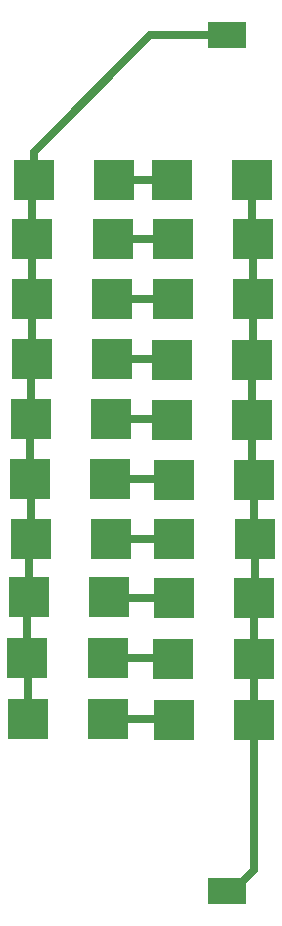
<source format=gtl>
G04 #@! TF.GenerationSoftware,KiCad,Pcbnew,(5.0.2-5-10.14)*
G04 #@! TF.CreationDate,2019-05-06T20:34:37-02:30*
G04 #@! TF.ProjectId,bmsDropIn,626d7344-726f-4704-996e-2e6b69636164,rev?*
G04 #@! TF.SameCoordinates,Original*
G04 #@! TF.FileFunction,Copper,L1,Top*
G04 #@! TF.FilePolarity,Positive*
%FSLAX46Y46*%
G04 Gerber Fmt 4.6, Leading zero omitted, Abs format (unit mm)*
G04 Created by KiCad (PCBNEW (5.0.2-5-10.14)) date Monday, May 06, 2019 at 08:34:37 pm*
%MOMM*%
%LPD*%
G01*
G04 APERTURE LIST*
G04 #@! TA.AperFunction,SMDPad,CuDef*
%ADD10R,3.500000X3.500000*%
G04 #@! TD*
G04 #@! TA.AperFunction,ComponentPad*
%ADD11R,3.200000X2.200000*%
G04 #@! TD*
G04 #@! TA.AperFunction,Conductor*
%ADD12C,0.635000*%
G04 #@! TD*
G04 #@! TA.AperFunction,Conductor*
%ADD13C,0.250000*%
G04 #@! TD*
G04 APERTURE END LIST*
D10*
G04 #@! TO.P,C1,2*
G04 #@! TO.N,Net-(C1-Pad2)*
X126960000Y-34010000D03*
G04 #@! TO.P,C1,1*
G04 #@! TO.N,VCC*
X120160000Y-34010000D03*
G04 #@! TD*
G04 #@! TO.P,C2,1*
G04 #@! TO.N,Net-(C1-Pad2)*
X131880000Y-34000000D03*
G04 #@! TO.P,C2,2*
G04 #@! TO.N,GND*
X138680000Y-34000000D03*
G04 #@! TD*
G04 #@! TO.P,C3,2*
G04 #@! TO.N,Net-(C3-Pad2)*
X126870000Y-39030000D03*
G04 #@! TO.P,C3,1*
G04 #@! TO.N,VCC*
X120070000Y-39030000D03*
G04 #@! TD*
G04 #@! TO.P,C4,1*
G04 #@! TO.N,Net-(C3-Pad2)*
X131980000Y-39050000D03*
G04 #@! TO.P,C4,2*
G04 #@! TO.N,GND*
X138780000Y-39050000D03*
G04 #@! TD*
G04 #@! TO.P,C5,2*
G04 #@! TO.N,Net-(C5-Pad2)*
X126790000Y-44120000D03*
G04 #@! TO.P,C5,1*
G04 #@! TO.N,VCC*
X119990000Y-44120000D03*
G04 #@! TD*
G04 #@! TO.P,C6,1*
G04 #@! TO.N,Net-(C5-Pad2)*
X131980000Y-44140000D03*
G04 #@! TO.P,C6,2*
G04 #@! TO.N,GND*
X138780000Y-44140000D03*
G04 #@! TD*
G04 #@! TO.P,C7,2*
G04 #@! TO.N,Net-(C7-Pad2)*
X126790000Y-49200000D03*
G04 #@! TO.P,C7,1*
G04 #@! TO.N,VCC*
X119990000Y-49200000D03*
G04 #@! TD*
G04 #@! TO.P,C8,1*
G04 #@! TO.N,Net-(C7-Pad2)*
X131880000Y-49240000D03*
G04 #@! TO.P,C8,2*
G04 #@! TO.N,GND*
X138680000Y-49240000D03*
G04 #@! TD*
G04 #@! TO.P,C9,2*
G04 #@! TO.N,Net-(C10-Pad1)*
X126540000Y-69370000D03*
G04 #@! TO.P,C9,1*
G04 #@! TO.N,VCC*
X119740000Y-69370000D03*
G04 #@! TD*
G04 #@! TO.P,C10,1*
G04 #@! TO.N,Net-(C10-Pad1)*
X132020000Y-69430000D03*
G04 #@! TO.P,C10,2*
G04 #@! TO.N,GND*
X138820000Y-69430000D03*
G04 #@! TD*
G04 #@! TO.P,C11,2*
G04 #@! TO.N,Net-(C11-Pad2)*
X126720000Y-64460000D03*
G04 #@! TO.P,C11,1*
G04 #@! TO.N,VCC*
X119920000Y-64460000D03*
G04 #@! TD*
G04 #@! TO.P,C12,1*
G04 #@! TO.N,Net-(C11-Pad2)*
X132090000Y-64440000D03*
G04 #@! TO.P,C12,2*
G04 #@! TO.N,GND*
X138890000Y-64440000D03*
G04 #@! TD*
G04 #@! TO.P,C15,2*
G04 #@! TO.N,Net-(C15-Pad2)*
X126670000Y-59330000D03*
G04 #@! TO.P,C15,1*
G04 #@! TO.N,VCC*
X119870000Y-59330000D03*
G04 #@! TD*
G04 #@! TO.P,C16,1*
G04 #@! TO.N,Net-(C15-Pad2)*
X132020000Y-59430000D03*
G04 #@! TO.P,C16,2*
G04 #@! TO.N,GND*
X138820000Y-59430000D03*
G04 #@! TD*
G04 #@! TO.P,C19,2*
G04 #@! TO.N,Net-(C19-Pad2)*
X126440000Y-74540000D03*
G04 #@! TO.P,C19,1*
G04 #@! TO.N,VCC*
X119640000Y-74540000D03*
G04 #@! TD*
G04 #@! TO.P,C20,1*
G04 #@! TO.N,Net-(C19-Pad2)*
X132000000Y-74610000D03*
G04 #@! TO.P,C20,2*
G04 #@! TO.N,GND*
X138800000Y-74610000D03*
G04 #@! TD*
G04 #@! TO.P,C23,2*
G04 #@! TO.N,Net-(C23-Pad2)*
X126490000Y-79690000D03*
G04 #@! TO.P,C23,1*
G04 #@! TO.N,VCC*
X119690000Y-79690000D03*
G04 #@! TD*
G04 #@! TO.P,C24,1*
G04 #@! TO.N,Net-(C23-Pad2)*
X132040000Y-79780000D03*
G04 #@! TO.P,C24,2*
G04 #@! TO.N,GND*
X138840000Y-79780000D03*
G04 #@! TD*
G04 #@! TO.P,C27,2*
G04 #@! TO.N,Net-(C27-Pad2)*
X126740000Y-54230000D03*
G04 #@! TO.P,C27,1*
G04 #@! TO.N,VCC*
X119940000Y-54230000D03*
G04 #@! TD*
G04 #@! TO.P,C28,1*
G04 #@! TO.N,Net-(C27-Pad2)*
X131880000Y-54320000D03*
G04 #@! TO.P,C28,2*
G04 #@! TO.N,GND*
X138680000Y-54320000D03*
G04 #@! TD*
D11*
G04 #@! TO.P,,*
G04 #@! TO.N,GND*
X136580000Y-94230000D03*
G04 #@! TD*
G04 #@! TO.P,REF\002A\002A,*
G04 #@! TO.N,VCC*
X136550000Y-21750000D03*
G04 #@! TD*
D12*
G04 #@! TO.N,Net-(C1-Pad2)*
X131870000Y-34010000D02*
X131880000Y-34000000D01*
X126960000Y-34010000D02*
X131870000Y-34010000D01*
D13*
G04 #@! TO.N,VCC*
X119660000Y-79720000D02*
X119690000Y-79690000D01*
X119690000Y-34350000D02*
X120040000Y-34000000D01*
X120160000Y-38940000D02*
X120070000Y-39030000D01*
X120070000Y-44040000D02*
X119990000Y-44120000D01*
X119990000Y-54180000D02*
X119940000Y-54230000D01*
X119940000Y-59260000D02*
X119870000Y-59330000D01*
D12*
X119740000Y-74440000D02*
X119640000Y-74540000D01*
D13*
X119640000Y-79640000D02*
X119690000Y-79690000D01*
D12*
X119690000Y-74590000D02*
X119640000Y-74540000D01*
X119690000Y-79690000D02*
X119690000Y-74590000D01*
X119640000Y-69470000D02*
X119740000Y-69370000D01*
X119640000Y-74540000D02*
X119640000Y-69470000D01*
X119740000Y-64640000D02*
X119920000Y-64460000D01*
X119740000Y-69370000D02*
X119740000Y-64640000D01*
X119920000Y-59380000D02*
X119870000Y-59330000D01*
X119920000Y-64460000D02*
X119920000Y-59380000D01*
X119870000Y-54300000D02*
X119940000Y-54230000D01*
X119870000Y-59330000D02*
X119870000Y-54300000D01*
X119940000Y-49250000D02*
X119990000Y-49200000D01*
X119940000Y-54230000D02*
X119940000Y-49250000D01*
X119990000Y-49200000D02*
X119990000Y-44120000D01*
X119990000Y-39110000D02*
X120070000Y-39030000D01*
X119990000Y-44120000D02*
X119990000Y-39110000D01*
X120070000Y-34100000D02*
X120160000Y-34010000D01*
X120070000Y-39030000D02*
X120070000Y-34100000D01*
X134315000Y-21750000D02*
X136550000Y-21750000D01*
X130035000Y-21750000D02*
X134315000Y-21750000D01*
X120160000Y-31625000D02*
X130035000Y-21750000D01*
X120160000Y-34010000D02*
X120160000Y-31625000D01*
G04 #@! TO.N,GND*
X138840000Y-74650000D02*
X138800000Y-74610000D01*
D13*
X138800000Y-69450000D02*
X138820000Y-69430000D01*
X138820000Y-64510000D02*
X138890000Y-64440000D01*
X138890000Y-59500000D02*
X138820000Y-59430000D01*
X138820000Y-54460000D02*
X138680000Y-54320000D01*
X138680000Y-44240000D02*
X138780000Y-44140000D01*
X138780000Y-34100000D02*
X138680000Y-34000000D01*
D12*
X138680000Y-38950000D02*
X138780000Y-39050000D01*
X138680000Y-34000000D02*
X138680000Y-38950000D01*
X138780000Y-39050000D02*
X138780000Y-44140000D01*
X138780000Y-49140000D02*
X138680000Y-49240000D01*
X138780000Y-44140000D02*
X138780000Y-49140000D01*
X138680000Y-49240000D02*
X138680000Y-54320000D01*
X138680000Y-59290000D02*
X138820000Y-59430000D01*
X138680000Y-54320000D02*
X138680000Y-59290000D01*
X138820000Y-64370000D02*
X138890000Y-64440000D01*
X138820000Y-59430000D02*
X138820000Y-64370000D01*
X138890000Y-69360000D02*
X138820000Y-69430000D01*
X138890000Y-64440000D02*
X138890000Y-69360000D01*
X138820000Y-74590000D02*
X138800000Y-74610000D01*
X138820000Y-69430000D02*
X138820000Y-74590000D01*
X138800000Y-79740000D02*
X138840000Y-79780000D01*
X138800000Y-74610000D02*
X138800000Y-79740000D01*
X137080000Y-94230000D02*
X136580000Y-94230000D01*
X138840000Y-92470000D02*
X137080000Y-94230000D01*
X138840000Y-79780000D02*
X138840000Y-92470000D01*
G04 #@! TO.N,Net-(C3-Pad2)*
X131960000Y-39030000D02*
X131980000Y-39050000D01*
X126870000Y-39030000D02*
X131960000Y-39030000D01*
G04 #@! TO.N,Net-(C5-Pad2)*
X131960000Y-44120000D02*
X131980000Y-44140000D01*
X126790000Y-44120000D02*
X131960000Y-44120000D01*
G04 #@! TO.N,Net-(C7-Pad2)*
X131840000Y-49200000D02*
X131880000Y-49240000D01*
X126790000Y-49200000D02*
X131840000Y-49200000D01*
G04 #@! TO.N,Net-(C10-Pad1)*
X131960000Y-69370000D02*
X132020000Y-69430000D01*
X126600000Y-69430000D02*
X126540000Y-69370000D01*
X132020000Y-69430000D02*
X126600000Y-69430000D01*
G04 #@! TO.N,Net-(C11-Pad2)*
X132070000Y-64460000D02*
X132090000Y-64440000D01*
X126720000Y-64460000D02*
X132070000Y-64460000D01*
G04 #@! TO.N,Net-(C15-Pad2)*
X131920000Y-59330000D02*
X132020000Y-59430000D01*
X126670000Y-59330000D02*
X131920000Y-59330000D01*
G04 #@! TO.N,Net-(C19-Pad2)*
X131930000Y-74540000D02*
X132000000Y-74610000D01*
X126440000Y-74540000D02*
X131930000Y-74540000D01*
G04 #@! TO.N,Net-(C23-Pad2)*
X131950000Y-79690000D02*
X132040000Y-79780000D01*
X126490000Y-79690000D02*
X131950000Y-79690000D01*
G04 #@! TO.N,Net-(C27-Pad2)*
X131790000Y-54230000D02*
X131880000Y-54320000D01*
X126740000Y-54230000D02*
X131790000Y-54230000D01*
G04 #@! TD*
M02*

</source>
